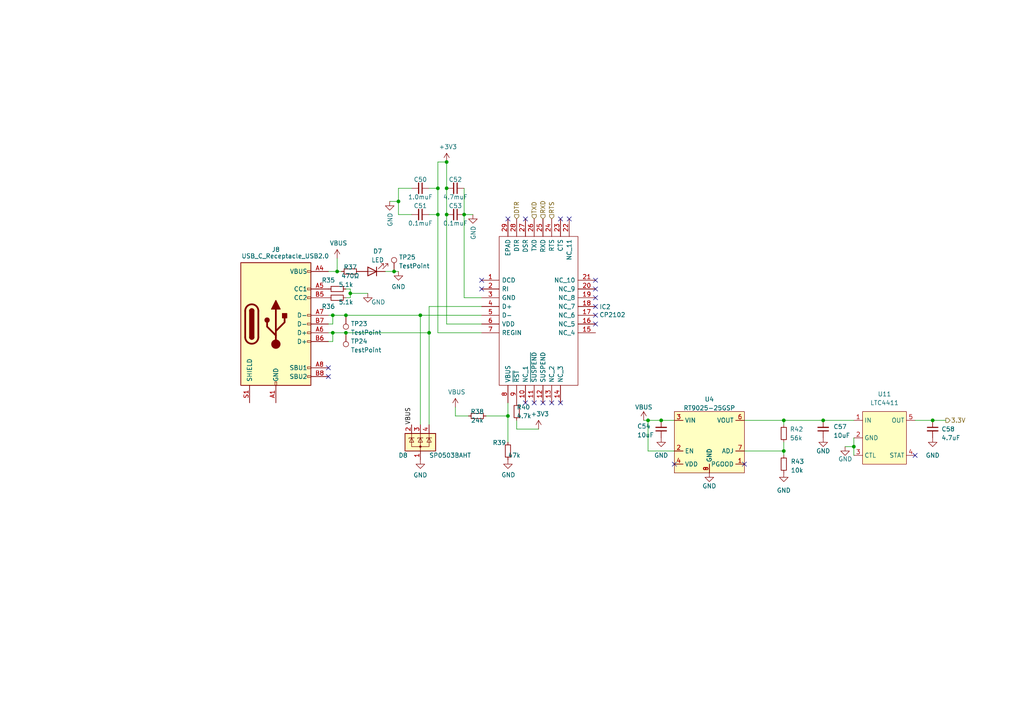
<source format=kicad_sch>
(kicad_sch (version 20211123) (generator eeschema)
  (paper "A4")
  (lib_symbols
    (symbol "Connector:TestPoint" (pin_numbers hide) (pin_names (offset 0.762) hide)
      (property "Reference" "TP" (at 0 6.858 0))
      (property "Value" "TestPoint" (at 0 5.08 0))
      (symbol "TestPoint_0_1"
        (circle (center 0 3.302) (radius 0.762))
      )
      (symbol "TestPoint_1_1"
        (pin passive line (at 0 0 90) (length 2.54) (name "1") (number "1"))
      )
    )
    (symbol "Connector:USB_C_Receptacle_USB2.0" (pin_names (offset 1.016))
      (property "Reference" "J" (at -10.16 19.05 0))
      (property "Value" "USB_C_Receptacle_USB2.0" (at 19.05 19.05 0))
      (symbol "USB_C_Receptacle_USB2.0_0_0"
        (rectangle (start -0.254 -17.78) (end 0.254 -16.764))
        (rectangle (start 10.16 -14.986) (end 9.144 -15.494))
        (rectangle (start 10.16 -12.446) (end 9.144 -12.954))
        (rectangle (start 10.16 -4.826) (end 9.144 -5.334))
        (rectangle (start 10.16 -2.286) (end 9.144 -2.794))
        (rectangle (start 10.16 0.254) (end 9.144 -0.254))
        (rectangle (start 10.16 2.794) (end 9.144 2.286))
        (rectangle (start 10.16 7.874) (end 9.144 7.366))
        (rectangle (start 10.16 10.414) (end 9.144 9.906))
        (rectangle (start 10.16 15.494) (end 9.144 14.986))
      )
      (symbol "USB_C_Receptacle_USB2.0_0_1"
        (rectangle (start -10.16 17.78) (end 10.16 -17.78) (stroke (width 0.254)) (fill (type background)))
        (arc (start -8.89 -3.81) (mid -6.985 -5.715) (end -5.08 -3.81) (stroke (width 0.508)))
        (arc (start -7.62 -3.81) (mid -6.985 -4.445) (end -6.35 -3.81) (stroke (width 0.254)))
        (arc (start -7.62 -3.81) (mid -6.985 -4.445) (end -6.35 -3.81) (stroke (width 0.254)) (fill (type outline)))
        (rectangle (start -7.62 -3.81) (end -6.35 3.81) (stroke (width 0.254)) (fill (type outline)))
        (arc (start -6.35 3.81) (mid -6.985 4.445) (end -7.62 3.81) (stroke (width 0.254)))
        (arc (start -6.35 3.81) (mid -6.985 4.445) (end -7.62 3.81) (stroke (width 0.254)) (fill (type outline)))
        (arc (start -5.08 3.81) (mid -6.985 5.715) (end -8.89 3.81) (stroke (width 0.508)))
        (circle (center -2.54 1.143) (radius 0.635) (stroke (width 0.254)) (fill (type outline)))
        (circle (center 0 -5.842) (radius 1.27) (fill (type outline)))
        (polyline (pts (xy -8.89 -3.81) (xy -8.89 3.81)) (stroke (width 0.508)))
        (polyline (pts (xy -5.08 3.81) (xy -5.08 -3.81)) (stroke (width 0.508)))
        (polyline (pts (xy 0 -5.842) (xy 0 4.318)) (stroke (width 0.508)))
        (polyline (pts (xy 0 -3.302) (xy -2.54 -0.762) (xy -2.54 0.508)) (stroke (width 0.508)))
        (polyline (pts (xy 0 -2.032) (xy 2.54 0.508) (xy 2.54 1.778)) (stroke (width 0.508)))
        (polyline (pts (xy -1.27 4.318) (xy 0 6.858) (xy 1.27 4.318) (xy -1.27 4.318)) (stroke (width 0.254)) (fill (type outline)))
        (rectangle (start 1.905 1.778) (end 3.175 3.048) (stroke (width 0.254)) (fill (type outline)))
      )
      (symbol "USB_C_Receptacle_USB2.0_1_1"
        (pin passive line (at 0 -22.86 90) (length 5.08) (name "GND") (number "A1"))
        (pin passive line (at 0 -22.86 90) (length 5.08) hide (name "GND") (number "A12"))
        (pin passive line (at 15.24 15.24 180) (length 5.08) (name "VBUS") (number "A4"))
        (pin bidirectional line (at 15.24 10.16 180) (length 5.08) (name "CC1") (number "A5"))
        (pin bidirectional line (at 15.24 -2.54 180) (length 5.08) (name "D+") (number "A6"))
        (pin bidirectional line (at 15.24 2.54 180) (length 5.08) (name "D-") (number "A7"))
        (pin bidirectional line (at 15.24 -12.7 180) (length 5.08) (name "SBU1") (number "A8"))
        (pin passive line (at 15.24 15.24 180) (length 5.08) hide (name "VBUS") (number "A9"))
        (pin passive line (at 0 -22.86 90) (length 5.08) hide (name "GND") (number "B1"))
        (pin passive line (at 0 -22.86 90) (length 5.08) hide (name "GND") (number "B12"))
        (pin passive line (at 15.24 15.24 180) (length 5.08) hide (name "VBUS") (number "B4"))
        (pin bidirectional line (at 15.24 7.62 180) (length 5.08) (name "CC2") (number "B5"))
        (pin bidirectional line (at 15.24 -5.08 180) (length 5.08) (name "D+") (number "B6"))
        (pin bidirectional line (at 15.24 0 180) (length 5.08) (name "D-") (number "B7"))
        (pin bidirectional line (at 15.24 -15.24 180) (length 5.08) (name "SBU2") (number "B8"))
        (pin passive line (at 15.24 15.24 180) (length 5.08) hide (name "VBUS") (number "B9"))
        (pin passive line (at -7.62 -22.86 90) (length 5.08) (name "SHIELD") (number "S1"))
      )
    )
    (symbol "Device:C_Small" (pin_numbers hide) (pin_names (offset 0.254) hide)
      (property "Reference" "C" (at 0.254 1.778 0))
      (property "Value" "C_Small" (at 0.254 -2.032 0))
      (symbol "C_Small_0_1"
        (polyline (pts (xy -1.524 -0.508) (xy 1.524 -0.508)) (stroke (width 0.3302)))
        (polyline (pts (xy -1.524 0.508) (xy 1.524 0.508)) (stroke (width 0.3048)))
      )
      (symbol "C_Small_1_1"
        (pin passive line (at 0 2.54 270) (length 2.032) (name "~") (number "1"))
        (pin passive line (at 0 -2.54 90) (length 2.032) (name "~") (number "2"))
      )
    )
    (symbol "Device:LED" (pin_numbers hide) (pin_names (offset 1.016) hide)
      (property "Reference" "D" (at 0 2.54 0))
      (property "Value" "LED" (at 0 -2.54 0))
      (symbol "LED_0_1"
        (polyline (pts (xy -1.27 -1.27) (xy -1.27 1.27)) (stroke (width 0.254)))
        (polyline (pts (xy -1.27 0) (xy 1.27 0)))
        (polyline (pts (xy 1.27 -1.27) (xy 1.27 1.27) (xy -1.27 0) (xy 1.27 -1.27)) (stroke (width 0.254)))
        (polyline (pts (xy -3.048 -0.762) (xy -4.572 -2.286) (xy -3.81 -2.286) (xy -4.572 -2.286) (xy -4.572 -1.524)))
        (polyline (pts (xy -1.778 -0.762) (xy -3.302 -2.286) (xy -2.54 -2.286) (xy -3.302 -2.286) (xy -3.302 -1.524)))
      )
      (symbol "LED_1_1"
        (pin passive line (at -3.81 0 0) (length 2.54) (name "K") (number "1"))
        (pin passive line (at 3.81 0 180) (length 2.54) (name "A") (number "2"))
      )
    )
    (symbol "Device:R_Small" (pin_numbers hide) (pin_names (offset 0.254) hide)
      (property "Reference" "R" (at 0.762 0.508 0))
      (property "Value" "R_Small" (at 0.762 -1.016 0))
      (symbol "R_Small_0_1"
        (rectangle (start -0.762 1.778) (end 0.762 -1.778) (stroke (width 0.2032)))
      )
      (symbol "R_Small_1_1"
        (pin passive line (at 0 2.54 270) (length 0.762) (name "~") (number "1"))
        (pin passive line (at 0 -2.54 90) (length 0.762) (name "~") (number "2"))
      )
    )
    (symbol "Power_Protection:SP0503BAHT" (pin_names hide)
      (property "Reference" "D" (at 5.715 2.54 0))
      (property "Value" "SP0503BAHT" (at 5.715 0.635 0))
      (symbol "SP0503BAHT_0_0"
        (pin passive line (at 0 -5.08 90) (length 2.54) (name "A") (number "1"))
      )
      (symbol "SP0503BAHT_0_1"
        (rectangle (start -4.445 2.54) (end 4.445 -2.54) (stroke (width 0.254)) (fill (type background)))
        (circle (center 0 -1.27) (radius 0.254) (fill (type outline)))
        (polyline (pts (xy -2.54 2.54) (xy -2.54 1.27)))
        (polyline (pts (xy 0 -1.27) (xy 0 -2.54)))
        (polyline (pts (xy 0 -1.27) (xy 0 1.27)))
        (polyline (pts (xy 0 2.54) (xy 0 1.27)))
        (polyline (pts (xy 0.635 1.27) (xy 0.762 1.27)))
        (polyline (pts (xy 2.54 2.54) (xy 2.54 1.27)))
        (polyline (pts (xy 0.635 1.27) (xy -0.762 1.27) (xy -0.762 1.016)))
        (polyline (pts (xy -3.302 1.016) (xy -3.302 1.27) (xy -1.905 1.27) (xy -1.778 1.27)))
        (polyline (pts (xy -2.54 1.27) (xy -2.54 -1.27) (xy 2.54 -1.27) (xy 2.54 1.27)))
        (polyline (pts (xy -2.54 1.27) (xy -1.905 0) (xy -3.175 0) (xy -2.54 1.27)))
        (polyline (pts (xy 0.635 0) (xy -0.635 0) (xy 0 1.27) (xy 0.635 0)))
        (polyline (pts (xy 1.778 1.016) (xy 1.778 1.27) (xy 3.175 1.27) (xy 3.302 1.27)))
        (polyline (pts (xy 2.54 1.27) (xy 1.905 0) (xy 3.175 0) (xy 2.54 1.27)))
      )
      (symbol "SP0503BAHT_1_1"
        (pin passive line (at -2.54 5.08 270) (length 2.54) (name "K") (number "2"))
        (pin passive line (at 0 5.08 270) (length 2.54) (name "K") (number "3"))
        (pin passive line (at 2.54 5.08 270) (length 2.54) (name "K") (number "4"))
      )
    )
    (symbol "iclr:CP2102" (pin_names (offset 0.762))
      (property "Reference" "IC" (at 29.21 17.78 0))
      (property "Value" "CP2102" (at 29.21 15.24 0))
      (symbol "CP2102_0_0"
        (pin passive line (at 0 0 0) (length 5.08) (name "DCD") (number "1"))
        (pin passive line (at 12.7 -35.56 90) (length 5.08) (name "NC_1") (number "10"))
        (pin passive line (at 15.24 -35.56 90) (length 5.08) (name "~{SUSPEND}") (number "11"))
        (pin passive line (at 17.78 -35.56 90) (length 5.08) (name "SUSPEND") (number "12"))
        (pin passive line (at 20.32 -35.56 90) (length 5.08) (name "NC_2") (number "13"))
        (pin passive line (at 22.86 -35.56 90) (length 5.08) (name "NC_3") (number "14"))
        (pin passive line (at 33.02 -15.24 180) (length 5.08) (name "NC_4") (number "15"))
        (pin passive line (at 33.02 -12.7 180) (length 5.08) (name "NC_5") (number "16"))
        (pin passive line (at 33.02 -10.16 180) (length 5.08) (name "NC_6") (number "17"))
        (pin passive line (at 33.02 -7.62 180) (length 5.08) (name "NC_7") (number "18"))
        (pin passive line (at 33.02 -5.08 180) (length 5.08) (name "NC_8") (number "19"))
        (pin passive line (at 0 -2.54 0) (length 5.08) (name "RI") (number "2"))
        (pin passive line (at 33.02 -2.54 180) (length 5.08) (name "NC_9") (number "20"))
        (pin passive line (at 33.02 0 180) (length 5.08) (name "NC_10") (number "21"))
        (pin passive line (at 25.4 17.78 270) (length 5.08) (name "NC_11") (number "22"))
        (pin passive line (at 22.86 17.78 270) (length 5.08) (name "CTS") (number "23"))
        (pin passive line (at 20.32 17.78 270) (length 5.08) (name "RTS") (number "24"))
        (pin passive line (at 17.78 17.78 270) (length 5.08) (name "RXD") (number "25"))
        (pin passive line (at 15.24 17.78 270) (length 5.08) (name "TXD") (number "26"))
        (pin passive line (at 12.7 17.78 270) (length 5.08) (name "DSR") (number "27"))
        (pin passive line (at 10.16 17.78 270) (length 5.08) (name "DTR") (number "28"))
        (pin passive line (at 7.62 17.78 270) (length 5.08) (name "EPAD") (number "29"))
        (pin passive line (at 0 -5.08 0) (length 5.08) (name "GND") (number "3"))
        (pin passive line (at 0 -7.62 0) (length 5.08) (name "D+") (number "4"))
        (pin passive line (at 0 -10.16 0) (length 5.08) (name "D-") (number "5"))
        (pin passive line (at 0 -12.7 0) (length 5.08) (name "VDD") (number "6"))
        (pin passive line (at 0 -15.24 0) (length 5.08) (name "REGIN") (number "7"))
        (pin passive line (at 7.62 -35.56 90) (length 5.08) (name "VBUS") (number "8"))
        (pin passive line (at 10.16 -35.56 90) (length 5.08) (name "~{RST}") (number "9"))
      )
      (symbol "CP2102_0_1"
        (polyline (pts (xy 5.08 12.7) (xy 27.94 12.7) (xy 27.94 -30.48) (xy 5.08 -30.48) (xy 5.08 12.7)) (stroke (width 0.1524)))
      )
    )
    (symbol "iclr:LTC4411"
      (property "Reference" "U" (at 0 1.27 0))
      (property "Value" "LTC4411" (at 0 -1.27 0))
      (symbol "LTC4411_0_1"
        (rectangle (start -6.35 -2.54) (end 6.35 -17.78) (fill (type background)))
      )
      (symbol "LTC4411_1_1"
        (pin power_in line (at -8.89 -5.08 0) (length 2.54) (name "IN") (number "1"))
        (pin output line (at -8.89 -10.16 0) (length 2.54) (name "GND") (number "2"))
        (pin input line (at -8.89 -15.24 0) (length 2.54) (name "CTL") (number "3"))
        (pin input line (at 8.89 -15.24 180) (length 2.54) (name "STAT") (number "4"))
        (pin power_out line (at 8.89 -5.08 180) (length 2.54) (name "OUT") (number "5"))
      )
    )
    (symbol "iclr:RT9025-25GSP"
      (property "Reference" "U6" (at 0 4.8428 0))
      (property "Value" "RT9025-25GSP" (at 0 2.3059 0))
      (symbol "RT9025-25GSP_1_1"
        (rectangle (start -10.16 1.27) (end 10.16 -16.51) (fill (type background)))
        (pin output line (at 10.16 -13.97 180) (length 2.54) (name "PGOOD") (number "1"))
        (pin input line (at -10.16 -10.16 0) (length 2.54) (name "EN") (number "2"))
        (pin input line (at -10.16 -1.27 0) (length 2.54) (name "VIN") (number "3"))
        (pin input line (at -10.16 -13.97 0) (length 2.54) (name "VDD") (number "4"))
        (pin output line (at 10.16 -1.27 180) (length 2.54) (name "VOUT") (number "6"))
        (pin input line (at 10.16 -10.16 180) (length 2.54) (name "ADJ") (number "7"))
        (pin input line (at 0 -16.51 90) (length 2.54) (name "GND") (number "8"))
        (pin input line (at 0 -16.51 90) (length 2.54) (name "GND") (number "9"))
      )
    )
    (symbol "power:+3.3V" (power) (pin_names (offset 0))
      (property "Value" "+3.3V" (at 0 3.556 0))
      (symbol "+3.3V_0_1"
        (polyline (pts (xy -0.762 1.27) (xy 0 2.54)))
        (polyline (pts (xy 0 0) (xy 0 2.54)))
        (polyline (pts (xy 0 2.54) (xy 0.762 1.27)))
      )
      (symbol "+3.3V_1_1"
        (pin power_in line (at 0 0 90) (length 0) hide (name "+3V3") (number "1"))
      )
    )
    (symbol "power:GND" (power) (pin_names (offset 0))
      (property "Value" "GND" (at 0 -3.81 0))
      (symbol "GND_0_1"
        (polyline (pts (xy 0 0) (xy 0 -1.27) (xy 1.27 -1.27) (xy 0 -2.54) (xy -1.27 -1.27) (xy 0 -1.27)))
      )
      (symbol "GND_1_1"
        (pin power_in line (at 0 0 270) (length 0) hide (name "GND") (number "1"))
      )
    )
    (symbol "power:VBUS" (power) (pin_names (offset 0))
      (property "Value" "VBUS" (at 0 3.81 0))
      (symbol "VBUS_0_1"
        (polyline (pts (xy -0.762 1.27) (xy 0 2.54)))
        (polyline (pts (xy 0 0) (xy 0 2.54)))
        (polyline (pts (xy 0 2.54) (xy 0.762 1.27)))
      )
      (symbol "VBUS_1_1"
        (pin power_in line (at 0 0 90) (length 0) hide (name "VBUS") (number "1"))
      )
    )
  )
  (junction (at 247.65 129.54))
  (junction (at 129.54 62.23))
  (junction (at 147.32 120.65))
  (junction (at 124.46 96.52))
  (junction (at 96.52 91.44))
  (junction (at 100.33 91.44))
  (junction (at 100.33 96.52))
  (junction (at 115.57 58.42))
  (junction (at 114.3 78.74))
  (junction (at 270.51 121.92))
  (junction (at 227.33 130.81))
  (junction (at 96.52 96.52))
  (junction (at 191.77 121.92))
  (junction (at 238.76 121.92))
  (junction (at 127 54.61))
  (junction (at 134.62 62.23))
  (junction (at 127 62.23))
  (junction (at 97.79 78.74))
  (junction (at 101.6 85.09))
  (junction (at 121.92 91.44))
  (junction (at 187.96 121.92))
  (junction (at 129.54 54.61))
  (junction (at 129.54 46.99))
  (junction (at 227.33 121.92))
  (no_connect (at 172.72 81.28))
  (no_connect (at 139.7 81.28))
  (no_connect (at 154.94 116.84))
  (no_connect (at 139.7 83.82))
  (no_connect (at 95.25 109.22))
  (no_connect (at 172.72 83.82))
  (no_connect (at 162.56 116.84))
  (no_connect (at 172.72 91.44))
  (no_connect (at 265.43 132.08))
  (no_connect (at 165.1 63.5))
  (no_connect (at 172.72 86.36))
  (no_connect (at 152.4 63.5))
  (no_connect (at 147.32 63.5))
  (no_connect (at 95.25 106.68))
  (no_connect (at 215.9 134.62))
  (no_connect (at 162.56 63.5))
  (no_connect (at 172.72 88.9))
  (no_connect (at 157.48 116.84))
  (no_connect (at 160.02 116.84))
  (no_connect (at 195.58 134.62))
  (no_connect (at 152.4 116.84))
  (no_connect (at 172.72 93.98))
  (wire (pts (xy 114.3 78.74) (xy 115.57 78.74)))
  (wire (pts (xy 238.76 121.92) (xy 247.65 121.92)))
  (wire (pts (xy 96.52 91.44) (xy 96.52 93.98)))
  (wire (pts (xy 270.51 121.92) (xy 274.32 121.92)))
  (wire (pts (xy 127 62.23) (xy 127 54.61)))
  (wire (pts (xy 187.96 130.81) (xy 195.58 130.81)))
  (wire (pts (xy 265.43 121.92) (xy 270.51 121.92)))
  (wire (pts (xy 124.46 96.52) (xy 124.46 123.19)))
  (wire (pts (xy 111.76 78.74) (xy 114.3 78.74)))
  (wire (pts (xy 191.77 121.92) (xy 195.58 121.92)))
  (wire (pts (xy 227.33 130.81) (xy 227.33 132.08)))
  (wire (pts (xy 101.6 83.82) (xy 101.6 85.09)))
  (wire (pts (xy 127 54.61) (xy 127 46.99)))
  (wire (pts (xy 139.7 96.52) (xy 127 96.52)))
  (wire (pts (xy 97.79 78.74) (xy 95.25 78.74)))
  (wire (pts (xy 127 46.99) (xy 129.54 46.99)))
  (wire (pts (xy 100.33 83.82) (xy 101.6 83.82)))
  (wire (pts (xy 245.11 129.54) (xy 247.65 129.54)))
  (wire (pts (xy 186.69 121.92) (xy 187.96 121.92)))
  (wire (pts (xy 101.6 85.09) (xy 106.68 85.09)))
  (wire (pts (xy 247.65 127) (xy 247.65 129.54)))
  (wire (pts (xy 139.7 93.98) (xy 129.54 93.98)))
  (wire (pts (xy 137.16 62.23) (xy 134.62 62.23)))
  (wire (pts (xy 187.96 121.92) (xy 191.77 121.92)))
  (wire (pts (xy 115.57 62.23) (xy 119.38 62.23)))
  (wire (pts (xy 132.08 120.65) (xy 135.89 120.65)))
  (wire (pts (xy 134.62 62.23) (xy 134.62 86.36)))
  (wire (pts (xy 227.33 121.92) (xy 227.33 123.19)))
  (wire (pts (xy 215.9 130.81) (xy 227.33 130.81)))
  (wire (pts (xy 124.46 88.9) (xy 139.7 88.9)))
  (wire (pts (xy 134.62 54.61) (xy 134.62 62.23)))
  (wire (pts (xy 227.33 128.27) (xy 227.33 130.81)))
  (wire (pts (xy 119.38 54.61) (xy 115.57 54.61)))
  (wire (pts (xy 134.62 86.36) (xy 139.7 86.36)))
  (wire (pts (xy 96.52 96.52) (xy 100.33 96.52)))
  (wire (pts (xy 96.52 96.52) (xy 96.52 99.06)))
  (wire (pts (xy 187.96 121.92) (xy 187.96 130.81)))
  (wire (pts (xy 147.32 120.65) (xy 147.32 128.27)))
  (wire (pts (xy 101.6 86.36) (xy 100.33 86.36)))
  (wire (pts (xy 129.54 93.98) (xy 129.54 62.23)))
  (wire (pts (xy 227.33 121.92) (xy 238.76 121.92)))
  (wire (pts (xy 127 54.61) (xy 124.46 54.61)))
  (wire (pts (xy 127 96.52) (xy 127 62.23)))
  (wire (pts (xy 97.79 78.74) (xy 99.06 78.74)))
  (wire (pts (xy 96.52 93.98) (xy 95.25 93.98)))
  (wire (pts (xy 100.33 91.44) (xy 121.92 91.44)))
  (wire (pts (xy 129.54 62.23) (xy 129.54 54.61)))
  (wire (pts (xy 100.33 96.52) (xy 124.46 96.52)))
  (wire (pts (xy 215.9 121.92) (xy 227.33 121.92)))
  (wire (pts (xy 124.46 88.9) (xy 124.46 96.52)))
  (wire (pts (xy 140.97 120.65) (xy 147.32 120.65)))
  (wire (pts (xy 132.08 120.65) (xy 132.08 118.11)))
  (wire (pts (xy 247.65 129.54) (xy 247.65 132.08)))
  (wire (pts (xy 149.86 124.46) (xy 156.21 124.46)))
  (wire (pts (xy 96.52 91.44) (xy 100.33 91.44)))
  (wire (pts (xy 121.92 91.44) (xy 121.92 123.19)))
  (wire (pts (xy 129.54 46.99) (xy 129.54 54.61)))
  (wire (pts (xy 95.25 96.52) (xy 96.52 96.52)))
  (wire (pts (xy 121.92 91.44) (xy 139.7 91.44)))
  (wire (pts (xy 115.57 58.42) (xy 115.57 62.23)))
  (wire (pts (xy 149.86 121.92) (xy 149.86 124.46)))
  (wire (pts (xy 97.79 74.93) (xy 97.79 78.74)))
  (wire (pts (xy 115.57 54.61) (xy 115.57 58.42)))
  (wire (pts (xy 96.52 99.06) (xy 95.25 99.06)))
  (wire (pts (xy 101.6 85.09) (xy 101.6 86.36)))
  (wire (pts (xy 147.32 120.65) (xy 147.32 116.84)))
  (wire (pts (xy 115.57 58.42) (xy 113.03 58.42)))
  (wire (pts (xy 127 62.23) (xy 124.46 62.23)))
  (wire (pts (xy 95.25 91.44) (xy 96.52 91.44)))
  (label "VBUS" (at 119.38 123.19 90))
  (hierarchical_label "3.3V" (shape output) (at 274.32 121.92 0))
  (hierarchical_label "DTR" (shape input) (at 149.86 63.5 90))
  (hierarchical_label "RXD" (shape input) (at 157.48 63.5 90))
  (hierarchical_label "RTS" (shape input) (at 160.02 63.5 90))
  (hierarchical_label "TXD" (shape input) (at 154.94 63.5 90))
  (symbol (lib_id "power:GND") (at 227.33 137.16 0) (unit 1)
    (property "Reference" "#PWR0163" (effects hide))
    (property "Value" "GND" (at 227.33 142.24 0))
  )
  (symbol (lib_id "Device:C_Small") (at 191.77 124.46 180) (unit 1)
    (property "Reference" "C54" (at 184.8011 123.6411 0) (effects (justify right)))
    (property "Value" "10uF" (at 184.8011 126.1811 0) (effects (justify right)))
    (property "Footprint" "Capacitor_SMD:C_0805_2012Metric" (effects hide))
  )
  (symbol (lib_id "power:GND") (at 191.77 127 0) (unit 1)
    (property "Reference" "#PWR0170" (effects hide))
    (property "Value" "GND" (at 191.77 132.08 0))
  )
  (symbol (lib_id "iclr:RT9025-25GSP") (at 205.74 120.65 0) (unit 1)
    (property "Reference" "U4" (at 205.74 115.8072 0))
    (property "Value" "RT9025-25GSP" (at 205.74 118.3441 0))
    (property "Footprint" "iclr:SOIC127P599X175-9N" (effects hide))
  )
  (symbol (lib_id "Device:C_Small") (at 270.51 124.46 0) (unit 1)
    (property "Reference" "C58" (at 273.05 124.46 0) (effects (justify left)))
    (property "Value" "4.7uF" (at 273.05 127 0) (effects (justify left)))
    (property "Footprint" "Capacitor_SMD:C_0603_1608Metric" (effects hide))
  )
  (symbol (lib_id "Device:R_Small") (at 227.33 134.62 0) (unit 1)
    (property "Reference" "R43" (at 229.344 133.8697 0) (effects (justify left)))
    (property "Value" "10k" (at 229.344 136.4097 0) (effects (justify left)))
    (property "Footprint" "Resistor_SMD:R_0603_1608Metric" (effects hide))
  )
  (symbol (lib_id "Device:LED") (at 107.95 78.74 180) (unit 1)
    (property "Reference" "D7" (at 109.5375 72.8812 0))
    (property "Value" "LED" (at 109.5375 75.4181 0))
    (property "Footprint" "LED_SMD:LED_0603_1608Metric" (effects hide))
  )
  (symbol (lib_id "power:GND") (at 115.57 78.74 0) (unit 1)
    (property "Reference" "#PWR0160" (effects hide))
    (property "Value" "GND" (at 115.57 83.1834 0))
  )
  (symbol (lib_id "Connector:TestPoint") (at 100.33 91.44 180) (unit 1)
    (property "Reference" "TP23" (at 101.727 93.9073 0) (effects (justify right)))
    (property "Value" "TestPoint" (at 101.727 96.4442 0) (effects (justify right)))
    (property "Footprint" "TestPoint:TestPoint_Pad_D1.0mm" (effects hide))
  )
  (symbol (lib_id "Device:C_Small") (at 121.92 54.61 270) (unit 1)
    (property "Reference" "C50" (at 121.92 52.07 90))
    (property "Value" "1.0muF" (at 121.92 57.15 90))
    (property "Footprint" "Capacitor_SMD:C_0603_1608Metric" (effects hide))
  )
  (symbol (lib_id "power:VBUS") (at 132.08 118.11 0) (unit 1)
    (property "Reference" "#PWR0175" (effects hide))
    (property "Value" "VBUS" (at 132.461 113.7158 0))
  )
  (symbol (lib_id "power:GND") (at 113.03 58.42 0) (unit 1)
    (property "Reference" "#PWR0167" (effects hide))
    (property "Value" "GND" (at 113.157 61.6712 90) (effects (justify right)))
  )
  (symbol (lib_id "power:GND") (at 137.16 62.23 0) (unit 1)
    (property "Reference" "#PWR0165" (effects hide))
    (property "Value" "GND" (at 137.287 65.4812 90) (effects (justify right)))
  )
  (symbol (lib_id "power:VBUS") (at 186.69 121.92 0) (unit 1)
    (property "Reference" "#PWR0168" (effects hide))
    (property "Value" "VBUS" (at 184.15 118.11 0) (effects (justify left)))
  )
  (symbol (lib_id "Device:R_Small") (at 147.32 130.81 180) (unit 1)
    (property "Reference" "R39" (at 142.875 128.397 0) (effects (justify right)))
    (property "Value" "47k" (at 147.32 132.08 0) (effects (justify right)))
    (property "Footprint" "Resistor_SMD:R_0603_1608Metric" (effects hide))
  )
  (symbol (lib_id "Device:C_Small") (at 132.08 62.23 270) (unit 1)
    (property "Reference" "C53" (at 132.08 59.69 90))
    (property "Value" "0.1muF" (at 132.08 64.77 90))
    (property "Footprint" "Capacitor_SMD:C_0603_1608Metric" (effects hide))
  )
  (symbol (lib_id "power:GND") (at 238.76 127 0) (unit 1)
    (property "Reference" "#PWR0161" (effects hide))
    (property "Value" "GND" (at 238.76 130.81 0))
  )
  (symbol (lib_id "power:GND") (at 106.68 85.09 0) (unit 1)
    (property "Reference" "#PWR0158" (effects hide))
    (property "Value" "GND" (at 111.76 87.63 0) (effects (justify right)))
  )
  (symbol (lib_id "power:+3.3V") (at 156.21 124.46 0) (unit 1)
    (property "Reference" "#PWR0169" (effects hide))
    (property "Value" "+3.3V" (at 156.591 120.0658 0))
  )
  (symbol (lib_id "Device:C_Small") (at 121.92 62.23 270) (unit 1)
    (property "Reference" "C51" (at 121.92 59.69 90))
    (property "Value" "0.1muF" (at 121.92 64.77 90))
    (property "Footprint" "Capacitor_SMD:C_0603_1608Metric" (effects hide))
  )
  (symbol (lib_id "Device:C_Small") (at 132.08 54.61 270) (unit 1)
    (property "Reference" "C52" (at 132.08 52.07 90))
    (property "Value" "4.7muF" (at 132.08 57.15 90))
    (property "Footprint" "Capacitor_SMD:C_0603_1608Metric" (effects hide))
  )
  (symbol (lib_id "power:GND") (at 270.51 127 0) (unit 1)
    (property "Reference" "#PWR0162" (effects hide))
    (property "Value" "GND" (at 270.51 132.08 0))
  )
  (symbol (lib_id "Device:R_Small") (at 138.43 120.65 90) (unit 1)
    (property "Reference" "R38" (at 138.43 119.38 90))
    (property "Value" "24k" (at 138.43 121.92 90))
    (property "Footprint" "Resistor_SMD:R_0603_1608Metric" (effects hide))
  )
  (symbol (lib_id "Device:R_Small") (at 101.6 78.74 90) (unit 1)
    (property "Reference" "R37" (at 101.6 77.47 90))
    (property "Value" "470Ω" (at 101.6 80.01 90))
    (property "Footprint" "Resistor_SMD:R_0603_1608Metric" (effects hide))
  )
  (symbol (lib_id "power:VBUS") (at 97.79 74.93 0) (unit 1)
    (property "Reference" "#PWR0159" (effects hide))
    (property "Value" "VBUS" (at 98.171 70.5358 0))
  )
  (symbol (lib_id "iclr:LTC4411") (at 256.54 116.84 0) (unit 1)
    (property "Reference" "U11" (at 256.54 114.3 0))
    (property "Value" "LTC4411" (at 256.54 116.84 0))
    (property "Footprint" "Package_TO_SOT_SMD:SOT-23-5" (effects hide))
  )
  (symbol (lib_id "Device:C_Small") (at 238.76 124.46 180) (unit 1)
    (property "Reference" "C57" (at 241.7183 123.7654 0) (effects (justify right)))
    (property "Value" "10uF" (at 241.7183 126.3054 0) (effects (justify right)))
    (property "Footprint" "Capacitor_SMD:C_0805_2012Metric" (effects hide))
  )
  (symbol (lib_id "power:GND") (at 147.32 133.35 0) (unit 1)
    (property "Reference" "#PWR0171" (effects hide))
    (property "Value" "GND" (at 147.447 137.7442 0))
  )
  (symbol (lib_id "power:GND") (at 245.11 129.54 0) (unit 1)
    (property "Reference" "#PWR0164" (effects hide))
    (property "Value" "GND" (at 243.1083 133.1433 0) (effects (justify left)))
  )
  (symbol (lib_id "Device:R_Small") (at 227.33 125.73 0) (unit 1)
    (property "Reference" "R42" (at 229.0867 124.5005 0) (effects (justify left)))
    (property "Value" "56k" (at 229.0867 127.0405 0) (effects (justify left)))
    (property "Footprint" "Resistor_SMD:R_0603_1608Metric" (effects hide))
  )
  (symbol (lib_id "Device:R_Small") (at 97.79 83.82 270) (unit 1)
    (property "Reference" "R35" (at 95.25 81.28 90))
    (property "Value" "5.1k" (at 100.33 82.55 90))
    (property "Footprint" "Resistor_SMD:R_0603_1608Metric" (effects hide))
  )
  (symbol (lib_id "Power_Protection:SP0503BAHT") (at 121.92 128.27 0) (unit 1)
    (property "Reference" "D8" (at 115.57 132.08 0) (effects (justify left)))
    (property "Value" "SP0503BAHT" (at 124.46 132.08 0) (effects (justify left)))
    (property "Footprint" "Package_TO_SOT_SMD:SOT-143" (effects hide))
    (property "Datasheet" "http://www.littelfuse.com/~/media/files/littelfuse/technical%20resources/documents/data%20sheets/sp05xxba.pdf" (effects hide))
  )
  (symbol (lib_id "iclr:CP2102") (at 139.7 81.28 0) (unit 1)
    (property "Reference" "IC2" (at 173.8376 89.0016 0) (effects (justify left)))
    (property "Value" "CP2102" (at 173.8376 91.313 0) (effects (justify left)))
    (property "Footprint" "iclr:QFN28G_0.5-5X5MM" (effects hide))
    (property "Datasheet" "https://componentsearchengine.com/Datasheets/1/CP2102.pdf" (effects hide))
    (property "Description" "USB Interface IC" (effects hide))
    (property "Height" "1" (effects hide))
    (property "Manufacturer_Name" "Silicon Labs" (effects hide))
    (property "Manufacturer_Part_Number" "CP2102" (effects hide))
    (property "Mouser Part Number" "634-CP2102" (effects hide))
    (property "Mouser Price/Stock" "https://www.mouser.co.uk/ProductDetail/Silicon-Labs/CP2102?qs=ucY0lxHzU7615lOm95XT0w%3D%3D" (effects hide))
  )
  (symbol (lib_id "power:GND") (at 205.74 137.16 0) (unit 1)
    (property "Reference" "#PWR0174" (effects hide))
    (property "Value" "GND" (at 205.74 140.97 0))
  )
  (symbol (lib_id "power:+3.3V") (at 129.54 46.99 0) (unit 1)
    (property "Reference" "#PWR0166" (effects hide))
    (property "Value" "+3.3V" (at 129.921 42.5958 0))
  )
  (symbol (lib_id "Device:R_Small") (at 97.79 86.36 270) (unit 1)
    (property "Reference" "R36" (at 95.25 88.9 90))
    (property "Value" "5.1k" (at 100.33 87.63 90))
    (property "Footprint" "Resistor_SMD:R_0603_1608Metric" (effects hide))
  )
  (symbol (lib_id "Connector:USB_C_Receptacle_USB2.0") (at 80.01 93.98 0) (unit 1)
    (property "Reference" "J8" (at 80.01 72.39 0))
    (property "Value" "USB_C_Receptacle_USB2.0" (at 82.7278 74.2696 0))
    (property "Footprint" "Connector_USB:USB_C_Receptacle_GCT_USB4085" (effects hide))
    (property "Datasheet" "https://www.usb.org/sites/default/files/documents/usb_type-c.zip" (effects hide))
  )
  (symbol (lib_id "Connector:TestPoint") (at 114.3 78.74 0) (unit 1)
    (property "Reference" "TP25" (at 115.697 74.6033 0) (effects (justify left)))
    (property "Value" "TestPoint" (at 115.697 77.1402 0) (effects (justify left)))
    (property "Footprint" "TestPoint:TestPoint_Pad_D1.0mm" (effects hide))
  )
  (symbol (lib_id "Connector:TestPoint") (at 100.33 96.52 180) (unit 1)
    (property "Reference" "TP24" (at 101.727 98.9873 0) (effects (justify right)))
    (property "Value" "TestPoint" (at 101.727 101.5242 0) (effects (justify right)))
    (property "Footprint" "TestPoint:TestPoint_Pad_D1.0mm" (effects hide))
  )
  (symbol (lib_id "Device:R_Small") (at 149.86 119.38 180) (unit 1)
    (property "Reference" "R40" (at 149.86 118.11 0) (effects (justify right)))
    (property "Value" "4.7k" (at 149.86 120.65 0) (effects (justify right)))
    (property "Footprint" "Resistor_SMD:R_0603_1608Metric" (effects hide))
  )
  (symbol (lib_id "power:GND") (at 121.92 133.35 0) (unit 1)
    (property "Reference" "#PWR0176" (effects hide))
    (property "Value" "GND" (at 121.92 137.7934 0))
  )
)
</source>
